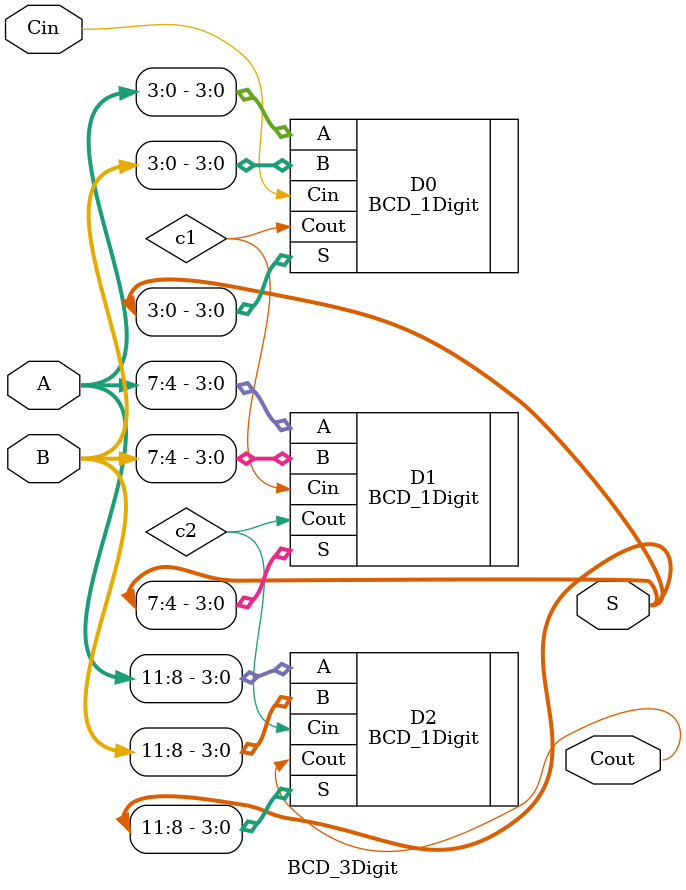
<source format=v>
`timescale 1ns / 1ps  //timescale directive: Specifies the time unit (1ns) and precision (1ps) for delays and simulation time.

module BCD_3Digit(input [11:0] A , input [11:0] B , input Cin , output [11:0] S , output Cout) ;

    wire c1 ;
	wire c2 ;

    BCD_1Digit D0 (.A(A[3:0]) ,  .B(B[3:0]) ,  .Cin(Cin) , .S(S[3:0]) ,  .Cout(c1)) ;  //Digit 0(Least Significant)
    BCD_1Digit D1 (.A(A[7:4]) ,  .B(B[7:4]) ,  .Cin(c1) ,  .S(S[7:4]) ,  .Cout(c2)) ;  //Digit 1
    BCD_1Digit D2 (.A(A[11:8]) , .B(B[11:8]) , .Cin(c2) ,  .S(S[11:8]) , .Cout(Cout)) ;  //Digit 2(Most Significant)

endmodule
</source>
